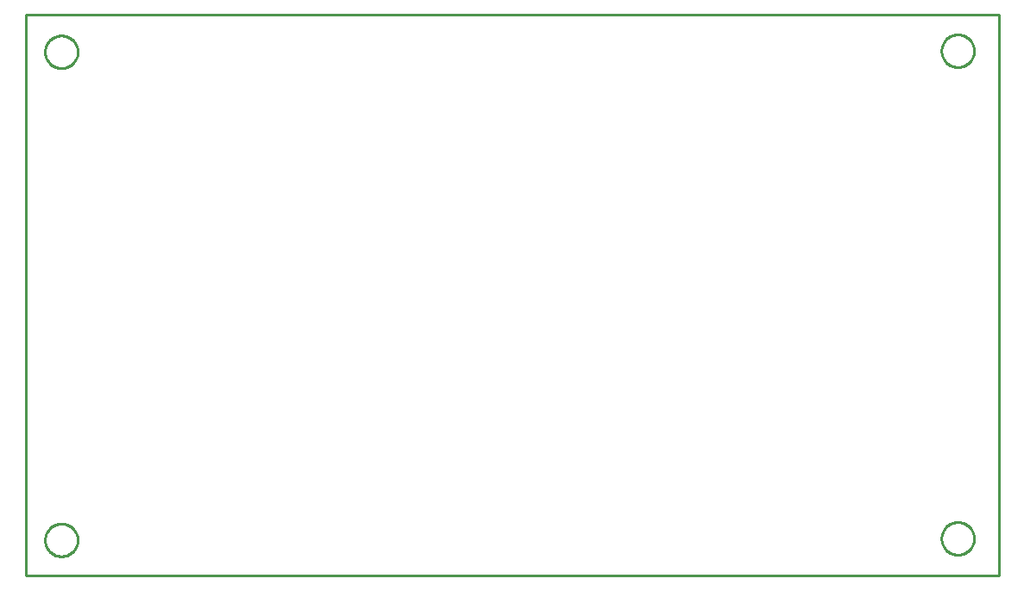
<source format=gbr>
G04 EAGLE Gerber RS-274X export*
G75*
%MOMM*%
%FSLAX34Y34*%
%LPD*%
%IN*%
%IPPOS*%
%AMOC8*
5,1,8,0,0,1.08239X$1,22.5*%
G01*
%ADD10C,0.254000*%


D10*
X0Y0D02*
X955000Y0D01*
X955000Y551000D01*
X0Y551000D01*
X0Y0D01*
X51000Y514176D02*
X50932Y513131D01*
X50795Y512092D01*
X50590Y511065D01*
X50319Y510053D01*
X49983Y509061D01*
X49582Y508093D01*
X49118Y507154D01*
X48595Y506246D01*
X48013Y505375D01*
X47375Y504544D01*
X46684Y503757D01*
X45943Y503016D01*
X45156Y502325D01*
X44325Y501688D01*
X43454Y501106D01*
X42546Y500582D01*
X41607Y500118D01*
X40639Y499717D01*
X39647Y499381D01*
X38635Y499110D01*
X37608Y498905D01*
X36569Y498769D01*
X35524Y498700D01*
X34476Y498700D01*
X33431Y498769D01*
X32392Y498905D01*
X31365Y499110D01*
X30353Y499381D01*
X29361Y499717D01*
X28393Y500118D01*
X27454Y500582D01*
X26546Y501106D01*
X25675Y501688D01*
X24844Y502325D01*
X24057Y503016D01*
X23316Y503757D01*
X22625Y504544D01*
X21988Y505375D01*
X21406Y506246D01*
X20882Y507154D01*
X20418Y508093D01*
X20017Y509061D01*
X19681Y510053D01*
X19410Y511065D01*
X19205Y512092D01*
X19069Y513131D01*
X19000Y514176D01*
X19000Y515224D01*
X19069Y516269D01*
X19205Y517308D01*
X19410Y518335D01*
X19681Y519347D01*
X20017Y520339D01*
X20418Y521307D01*
X20882Y522246D01*
X21406Y523154D01*
X21988Y524025D01*
X22625Y524856D01*
X23316Y525643D01*
X24057Y526384D01*
X24844Y527075D01*
X25675Y527713D01*
X26546Y528295D01*
X27454Y528818D01*
X28393Y529282D01*
X29361Y529683D01*
X30353Y530019D01*
X31365Y530290D01*
X32392Y530495D01*
X33431Y530632D01*
X34476Y530700D01*
X35524Y530700D01*
X36569Y530632D01*
X37608Y530495D01*
X38635Y530290D01*
X39647Y530019D01*
X40639Y529683D01*
X41607Y529282D01*
X42546Y528818D01*
X43454Y528295D01*
X44325Y527713D01*
X45156Y527075D01*
X45943Y526384D01*
X46684Y525643D01*
X47375Y524856D01*
X48013Y524025D01*
X48595Y523154D01*
X49118Y522246D01*
X49582Y521307D01*
X49983Y520339D01*
X50319Y519347D01*
X50590Y518335D01*
X50795Y517308D01*
X50932Y516269D01*
X51000Y515224D01*
X51000Y514176D01*
X51000Y34476D02*
X50932Y33431D01*
X50795Y32392D01*
X50590Y31365D01*
X50319Y30353D01*
X49983Y29361D01*
X49582Y28393D01*
X49118Y27454D01*
X48595Y26546D01*
X48013Y25675D01*
X47375Y24844D01*
X46684Y24057D01*
X45943Y23316D01*
X45156Y22625D01*
X44325Y21988D01*
X43454Y21406D01*
X42546Y20882D01*
X41607Y20418D01*
X40639Y20017D01*
X39647Y19681D01*
X38635Y19410D01*
X37608Y19205D01*
X36569Y19069D01*
X35524Y19000D01*
X34476Y19000D01*
X33431Y19069D01*
X32392Y19205D01*
X31365Y19410D01*
X30353Y19681D01*
X29361Y20017D01*
X28393Y20418D01*
X27454Y20882D01*
X26546Y21406D01*
X25675Y21988D01*
X24844Y22625D01*
X24057Y23316D01*
X23316Y24057D01*
X22625Y24844D01*
X21988Y25675D01*
X21406Y26546D01*
X20882Y27454D01*
X20418Y28393D01*
X20017Y29361D01*
X19681Y30353D01*
X19410Y31365D01*
X19205Y32392D01*
X19069Y33431D01*
X19000Y34476D01*
X19000Y35524D01*
X19069Y36569D01*
X19205Y37608D01*
X19410Y38635D01*
X19681Y39647D01*
X20017Y40639D01*
X20418Y41607D01*
X20882Y42546D01*
X21406Y43454D01*
X21988Y44325D01*
X22625Y45156D01*
X23316Y45943D01*
X24057Y46684D01*
X24844Y47375D01*
X25675Y48013D01*
X26546Y48595D01*
X27454Y49118D01*
X28393Y49582D01*
X29361Y49983D01*
X30353Y50319D01*
X31365Y50590D01*
X32392Y50795D01*
X33431Y50932D01*
X34476Y51000D01*
X35524Y51000D01*
X36569Y50932D01*
X37608Y50795D01*
X38635Y50590D01*
X39647Y50319D01*
X40639Y49983D01*
X41607Y49582D01*
X42546Y49118D01*
X43454Y48595D01*
X44325Y48013D01*
X45156Y47375D01*
X45943Y46684D01*
X46684Y45943D01*
X47375Y45156D01*
X48013Y44325D01*
X48595Y43454D01*
X49118Y42546D01*
X49582Y41607D01*
X49983Y40639D01*
X50319Y39647D01*
X50590Y38635D01*
X50795Y37608D01*
X50932Y36569D01*
X51000Y35524D01*
X51000Y34476D01*
X930800Y35976D02*
X930732Y34931D01*
X930595Y33892D01*
X930390Y32865D01*
X930119Y31853D01*
X929783Y30861D01*
X929382Y29893D01*
X928918Y28954D01*
X928395Y28046D01*
X927813Y27175D01*
X927175Y26344D01*
X926484Y25557D01*
X925743Y24816D01*
X924956Y24125D01*
X924125Y23488D01*
X923254Y22906D01*
X922346Y22382D01*
X921407Y21918D01*
X920439Y21517D01*
X919447Y21181D01*
X918435Y20910D01*
X917408Y20705D01*
X916369Y20569D01*
X915324Y20500D01*
X914276Y20500D01*
X913231Y20569D01*
X912192Y20705D01*
X911165Y20910D01*
X910153Y21181D01*
X909161Y21517D01*
X908193Y21918D01*
X907254Y22382D01*
X906346Y22906D01*
X905475Y23488D01*
X904644Y24125D01*
X903857Y24816D01*
X903116Y25557D01*
X902425Y26344D01*
X901788Y27175D01*
X901206Y28046D01*
X900682Y28954D01*
X900218Y29893D01*
X899817Y30861D01*
X899481Y31853D01*
X899210Y32865D01*
X899005Y33892D01*
X898869Y34931D01*
X898800Y35976D01*
X898800Y37024D01*
X898869Y38069D01*
X899005Y39108D01*
X899210Y40135D01*
X899481Y41147D01*
X899817Y42139D01*
X900218Y43107D01*
X900682Y44046D01*
X901206Y44954D01*
X901788Y45825D01*
X902425Y46656D01*
X903116Y47443D01*
X903857Y48184D01*
X904644Y48875D01*
X905475Y49513D01*
X906346Y50095D01*
X907254Y50618D01*
X908193Y51082D01*
X909161Y51483D01*
X910153Y51819D01*
X911165Y52090D01*
X912192Y52295D01*
X913231Y52432D01*
X914276Y52500D01*
X915324Y52500D01*
X916369Y52432D01*
X917408Y52295D01*
X918435Y52090D01*
X919447Y51819D01*
X920439Y51483D01*
X921407Y51082D01*
X922346Y50618D01*
X923254Y50095D01*
X924125Y49513D01*
X924956Y48875D01*
X925743Y48184D01*
X926484Y47443D01*
X927175Y46656D01*
X927813Y45825D01*
X928395Y44954D01*
X928918Y44046D01*
X929382Y43107D01*
X929783Y42139D01*
X930119Y41147D01*
X930390Y40135D01*
X930595Y39108D01*
X930732Y38069D01*
X930800Y37024D01*
X930800Y35976D01*
X930800Y515176D02*
X930732Y514131D01*
X930595Y513092D01*
X930390Y512065D01*
X930119Y511053D01*
X929783Y510061D01*
X929382Y509093D01*
X928918Y508154D01*
X928395Y507246D01*
X927813Y506375D01*
X927175Y505544D01*
X926484Y504757D01*
X925743Y504016D01*
X924956Y503325D01*
X924125Y502688D01*
X923254Y502106D01*
X922346Y501582D01*
X921407Y501118D01*
X920439Y500717D01*
X919447Y500381D01*
X918435Y500110D01*
X917408Y499905D01*
X916369Y499769D01*
X915324Y499700D01*
X914276Y499700D01*
X913231Y499769D01*
X912192Y499905D01*
X911165Y500110D01*
X910153Y500381D01*
X909161Y500717D01*
X908193Y501118D01*
X907254Y501582D01*
X906346Y502106D01*
X905475Y502688D01*
X904644Y503325D01*
X903857Y504016D01*
X903116Y504757D01*
X902425Y505544D01*
X901788Y506375D01*
X901206Y507246D01*
X900682Y508154D01*
X900218Y509093D01*
X899817Y510061D01*
X899481Y511053D01*
X899210Y512065D01*
X899005Y513092D01*
X898869Y514131D01*
X898800Y515176D01*
X898800Y516224D01*
X898869Y517269D01*
X899005Y518308D01*
X899210Y519335D01*
X899481Y520347D01*
X899817Y521339D01*
X900218Y522307D01*
X900682Y523246D01*
X901206Y524154D01*
X901788Y525025D01*
X902425Y525856D01*
X903116Y526643D01*
X903857Y527384D01*
X904644Y528075D01*
X905475Y528713D01*
X906346Y529295D01*
X907254Y529818D01*
X908193Y530282D01*
X909161Y530683D01*
X910153Y531019D01*
X911165Y531290D01*
X912192Y531495D01*
X913231Y531632D01*
X914276Y531700D01*
X915324Y531700D01*
X916369Y531632D01*
X917408Y531495D01*
X918435Y531290D01*
X919447Y531019D01*
X920439Y530683D01*
X921407Y530282D01*
X922346Y529818D01*
X923254Y529295D01*
X924125Y528713D01*
X924956Y528075D01*
X925743Y527384D01*
X926484Y526643D01*
X927175Y525856D01*
X927813Y525025D01*
X928395Y524154D01*
X928918Y523246D01*
X929382Y522307D01*
X929783Y521339D01*
X930119Y520347D01*
X930390Y519335D01*
X930595Y518308D01*
X930732Y517269D01*
X930800Y516224D01*
X930800Y515176D01*
M02*

</source>
